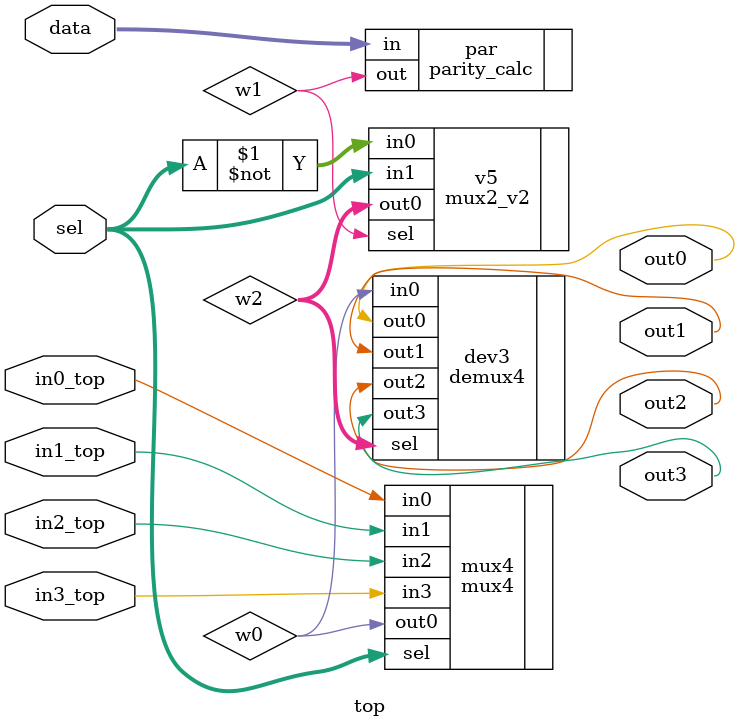
<source format=v>
module top
(
     input wire in0_top, 
     input wire in1_top, 
     input wire in2_top, 
     input wire in3_top,
     input wire [1:0]sel,
     input wire [5:2]data,
     output wire out0,
     output wire out1,
     output wire out2,
     output wire out3
 );
 wire w0;
 wire w1;
 wire [1:0]w2;
 mux4 mux4
(
    .in0(in0_top),
    .in1(in1_top),
    .in2(in2_top),
    .in3(in3_top),
    .out0(w0),
    .sel(sel)
);

parity_calc par
(
    .in(data),
    .out(w1)
);

mux2_v2 v5
(
   .in0(~sel),
   .in1(sel), 
   .sel(w1),
   .out0(w2)
);

demux4 dev3
(
    .in0(w0),
    .sel(w2),
    .out0(out0),
    .out1(out1),
    .out2(out2),
    .out3(out3)
);

endmodule

</source>
